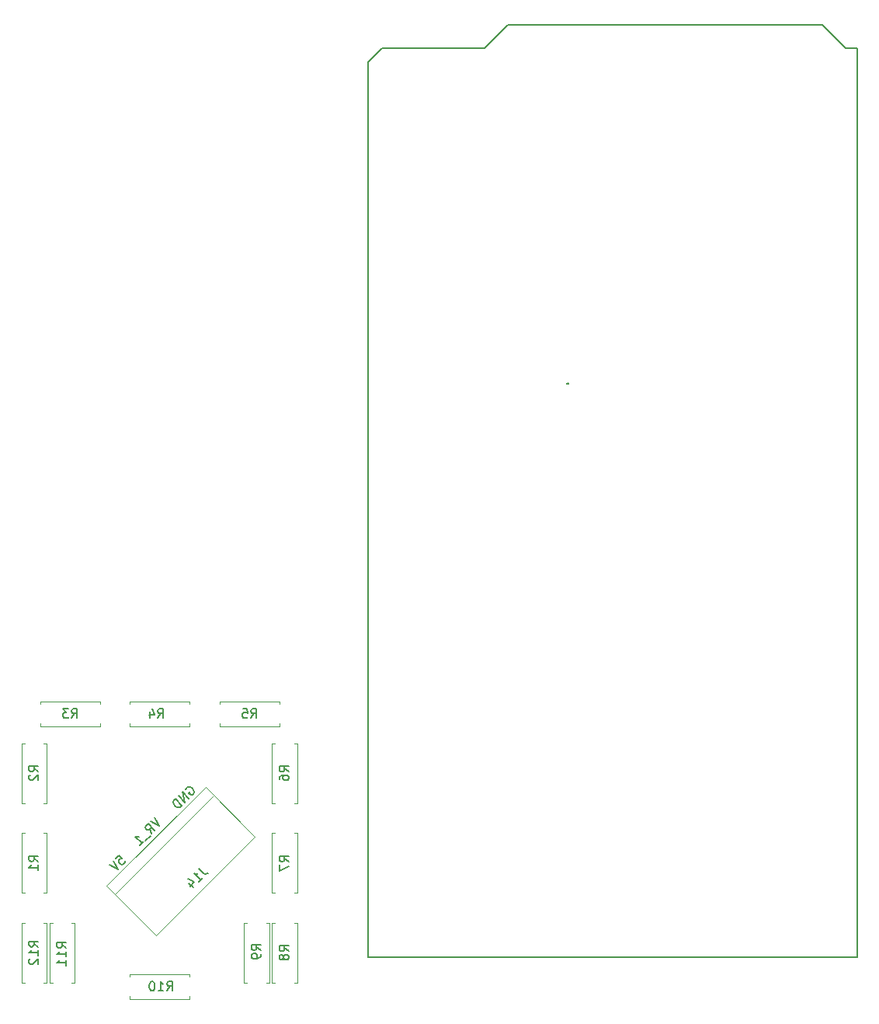
<source format=gbr>
%TF.GenerationSoftware,KiCad,Pcbnew,7.0.6*%
%TF.CreationDate,2023-09-19T13:47:08+08:00*%
%TF.ProjectId,ControlPanelPanelized,436f6e74-726f-46c5-9061-6e656c50616e,rev?*%
%TF.SameCoordinates,Original*%
%TF.FileFunction,Legend,Bot*%
%TF.FilePolarity,Positive*%
%FSLAX46Y46*%
G04 Gerber Fmt 4.6, Leading zero omitted, Abs format (unit mm)*
G04 Created by KiCad (PCBNEW 7.0.6) date 2023-09-19 13:47:08*
%MOMM*%
%LPD*%
G01*
G04 APERTURE LIST*
%ADD10C,0.150000*%
%ADD11C,0.120000*%
G04 APERTURE END LIST*
D10*
X116999275Y-114056506D02*
X117032947Y-113955491D01*
X117032947Y-113955491D02*
X117133962Y-113854475D01*
X117133962Y-113854475D02*
X117268649Y-113787132D01*
X117268649Y-113787132D02*
X117403337Y-113787132D01*
X117403337Y-113787132D02*
X117504352Y-113820804D01*
X117504352Y-113820804D02*
X117672711Y-113921819D01*
X117672711Y-113921819D02*
X117773726Y-114022834D01*
X117773726Y-114022834D02*
X117874741Y-114191193D01*
X117874741Y-114191193D02*
X117908413Y-114292208D01*
X117908413Y-114292208D02*
X117908413Y-114426895D01*
X117908413Y-114426895D02*
X117841069Y-114561582D01*
X117841069Y-114561582D02*
X117773726Y-114628926D01*
X117773726Y-114628926D02*
X117639039Y-114696269D01*
X117639039Y-114696269D02*
X117571695Y-114696269D01*
X117571695Y-114696269D02*
X117335993Y-114460567D01*
X117335993Y-114460567D02*
X117470680Y-114325880D01*
X117335993Y-115066658D02*
X116628886Y-114359552D01*
X116628886Y-114359552D02*
X116931932Y-115470719D01*
X116931932Y-115470719D02*
X116224825Y-114763613D01*
X116595215Y-115807437D02*
X115888108Y-115100330D01*
X115888108Y-115100330D02*
X115719749Y-115268689D01*
X115719749Y-115268689D02*
X115652405Y-115403376D01*
X115652405Y-115403376D02*
X115652405Y-115538063D01*
X115652405Y-115538063D02*
X115686077Y-115639078D01*
X115686077Y-115639078D02*
X115787092Y-115807437D01*
X115787092Y-115807437D02*
X115888108Y-115908452D01*
X115888108Y-115908452D02*
X116056466Y-116009467D01*
X116056466Y-116009467D02*
X116157482Y-116043139D01*
X116157482Y-116043139D02*
X116292169Y-116043139D01*
X116292169Y-116043139D02*
X116426856Y-115975796D01*
X116426856Y-115975796D02*
X116595215Y-115807437D01*
X109379275Y-121609162D02*
X109715993Y-121272445D01*
X109715993Y-121272445D02*
X110086382Y-121575491D01*
X110086382Y-121575491D02*
X110019039Y-121575491D01*
X110019039Y-121575491D02*
X109918024Y-121609162D01*
X109918024Y-121609162D02*
X109749665Y-121777521D01*
X109749665Y-121777521D02*
X109715993Y-121878536D01*
X109715993Y-121878536D02*
X109715993Y-121945880D01*
X109715993Y-121945880D02*
X109749665Y-122046895D01*
X109749665Y-122046895D02*
X109918024Y-122215254D01*
X109918024Y-122215254D02*
X110019039Y-122248926D01*
X110019039Y-122248926D02*
X110086382Y-122248926D01*
X110086382Y-122248926D02*
X110187398Y-122215254D01*
X110187398Y-122215254D02*
X110355756Y-122046895D01*
X110355756Y-122046895D02*
X110389428Y-121945880D01*
X110389428Y-121945880D02*
X110389428Y-121878536D01*
X109143573Y-121844865D02*
X109614978Y-122787674D01*
X109614978Y-122787674D02*
X108672169Y-122316269D01*
X113627008Y-117107430D02*
X114098413Y-118050239D01*
X114098413Y-118050239D02*
X113155604Y-117578834D01*
X113222947Y-118925704D02*
X113121932Y-118353284D01*
X113627008Y-118521643D02*
X112919901Y-117814536D01*
X112919901Y-117814536D02*
X112650527Y-118083910D01*
X112650527Y-118083910D02*
X112616856Y-118184926D01*
X112616856Y-118184926D02*
X112616856Y-118252269D01*
X112616856Y-118252269D02*
X112650527Y-118353284D01*
X112650527Y-118353284D02*
X112751543Y-118454300D01*
X112751543Y-118454300D02*
X112852558Y-118487971D01*
X112852558Y-118487971D02*
X112919901Y-118487971D01*
X112919901Y-118487971D02*
X113020917Y-118454300D01*
X113020917Y-118454300D02*
X113290291Y-118184926D01*
X113155604Y-119127735D02*
X112616856Y-119666483D01*
X112010764Y-120137887D02*
X112414825Y-119733826D01*
X112212794Y-119935857D02*
X111505688Y-119228750D01*
X111505688Y-119228750D02*
X111674046Y-119262422D01*
X111674046Y-119262422D02*
X111808733Y-119262422D01*
X111808733Y-119262422D02*
X111909749Y-119228750D01*
X104569957Y-106286284D02*
X104903290Y-105810093D01*
X105141385Y-106286284D02*
X105141385Y-105286284D01*
X105141385Y-105286284D02*
X104760433Y-105286284D01*
X104760433Y-105286284D02*
X104665195Y-105333903D01*
X104665195Y-105333903D02*
X104617576Y-105381522D01*
X104617576Y-105381522D02*
X104569957Y-105476760D01*
X104569957Y-105476760D02*
X104569957Y-105619617D01*
X104569957Y-105619617D02*
X104617576Y-105714855D01*
X104617576Y-105714855D02*
X104665195Y-105762474D01*
X104665195Y-105762474D02*
X104760433Y-105810093D01*
X104760433Y-105810093D02*
X105141385Y-105810093D01*
X104236623Y-105286284D02*
X103617576Y-105286284D01*
X103617576Y-105286284D02*
X103950909Y-105667236D01*
X103950909Y-105667236D02*
X103808052Y-105667236D01*
X103808052Y-105667236D02*
X103712814Y-105714855D01*
X103712814Y-105714855D02*
X103665195Y-105762474D01*
X103665195Y-105762474D02*
X103617576Y-105857712D01*
X103617576Y-105857712D02*
X103617576Y-106095807D01*
X103617576Y-106095807D02*
X103665195Y-106191045D01*
X103665195Y-106191045D02*
X103712814Y-106238665D01*
X103712814Y-106238665D02*
X103808052Y-106286284D01*
X103808052Y-106286284D02*
X104093766Y-106286284D01*
X104093766Y-106286284D02*
X104189004Y-106238665D01*
X104189004Y-106238665D02*
X104236623Y-106191045D01*
X114952148Y-136004284D02*
X115285481Y-135528093D01*
X115523576Y-136004284D02*
X115523576Y-135004284D01*
X115523576Y-135004284D02*
X115142624Y-135004284D01*
X115142624Y-135004284D02*
X115047386Y-135051903D01*
X115047386Y-135051903D02*
X114999767Y-135099522D01*
X114999767Y-135099522D02*
X114952148Y-135194760D01*
X114952148Y-135194760D02*
X114952148Y-135337617D01*
X114952148Y-135337617D02*
X114999767Y-135432855D01*
X114999767Y-135432855D02*
X115047386Y-135480474D01*
X115047386Y-135480474D02*
X115142624Y-135528093D01*
X115142624Y-135528093D02*
X115523576Y-135528093D01*
X113999767Y-136004284D02*
X114571195Y-136004284D01*
X114285481Y-136004284D02*
X114285481Y-135004284D01*
X114285481Y-135004284D02*
X114380719Y-135147141D01*
X114380719Y-135147141D02*
X114475957Y-135242379D01*
X114475957Y-135242379D02*
X114571195Y-135289998D01*
X113380719Y-135004284D02*
X113285481Y-135004284D01*
X113285481Y-135004284D02*
X113190243Y-135051903D01*
X113190243Y-135051903D02*
X113142624Y-135099522D01*
X113142624Y-135099522D02*
X113095005Y-135194760D01*
X113095005Y-135194760D02*
X113047386Y-135385236D01*
X113047386Y-135385236D02*
X113047386Y-135623331D01*
X113047386Y-135623331D02*
X113095005Y-135813807D01*
X113095005Y-135813807D02*
X113142624Y-135909045D01*
X113142624Y-135909045D02*
X113190243Y-135956665D01*
X113190243Y-135956665D02*
X113285481Y-136004284D01*
X113285481Y-136004284D02*
X113380719Y-136004284D01*
X113380719Y-136004284D02*
X113475957Y-135956665D01*
X113475957Y-135956665D02*
X113523576Y-135909045D01*
X113523576Y-135909045D02*
X113571195Y-135813807D01*
X113571195Y-135813807D02*
X113618814Y-135623331D01*
X113618814Y-135623331D02*
X113618814Y-135385236D01*
X113618814Y-135385236D02*
X113571195Y-135194760D01*
X113571195Y-135194760D02*
X113523576Y-135099522D01*
X113523576Y-135099522D02*
X113475957Y-135051903D01*
X113475957Y-135051903D02*
X113380719Y-135004284D01*
X100921110Y-112141798D02*
X100444919Y-111808465D01*
X100921110Y-111570370D02*
X99921110Y-111570370D01*
X99921110Y-111570370D02*
X99921110Y-111951322D01*
X99921110Y-111951322D02*
X99968729Y-112046560D01*
X99968729Y-112046560D02*
X100016348Y-112094179D01*
X100016348Y-112094179D02*
X100111586Y-112141798D01*
X100111586Y-112141798D02*
X100254443Y-112141798D01*
X100254443Y-112141798D02*
X100349681Y-112094179D01*
X100349681Y-112094179D02*
X100397300Y-112046560D01*
X100397300Y-112046560D02*
X100444919Y-111951322D01*
X100444919Y-111951322D02*
X100444919Y-111570370D01*
X100016348Y-112522751D02*
X99968729Y-112570370D01*
X99968729Y-112570370D02*
X99921110Y-112665608D01*
X99921110Y-112665608D02*
X99921110Y-112903703D01*
X99921110Y-112903703D02*
X99968729Y-112998941D01*
X99968729Y-112998941D02*
X100016348Y-113046560D01*
X100016348Y-113046560D02*
X100111586Y-113094179D01*
X100111586Y-113094179D02*
X100206824Y-113094179D01*
X100206824Y-113094179D02*
X100349681Y-113046560D01*
X100349681Y-113046560D02*
X100921110Y-112475132D01*
X100921110Y-112475132D02*
X100921110Y-113094179D01*
X125178110Y-131572798D02*
X124701919Y-131239465D01*
X125178110Y-131001370D02*
X124178110Y-131001370D01*
X124178110Y-131001370D02*
X124178110Y-131382322D01*
X124178110Y-131382322D02*
X124225729Y-131477560D01*
X124225729Y-131477560D02*
X124273348Y-131525179D01*
X124273348Y-131525179D02*
X124368586Y-131572798D01*
X124368586Y-131572798D02*
X124511443Y-131572798D01*
X124511443Y-131572798D02*
X124606681Y-131525179D01*
X124606681Y-131525179D02*
X124654300Y-131477560D01*
X124654300Y-131477560D02*
X124701919Y-131382322D01*
X124701919Y-131382322D02*
X124701919Y-131001370D01*
X125178110Y-132048989D02*
X125178110Y-132239465D01*
X125178110Y-132239465D02*
X125130491Y-132334703D01*
X125130491Y-132334703D02*
X125082871Y-132382322D01*
X125082871Y-132382322D02*
X124940014Y-132477560D01*
X124940014Y-132477560D02*
X124749538Y-132525179D01*
X124749538Y-132525179D02*
X124368586Y-132525179D01*
X124368586Y-132525179D02*
X124273348Y-132477560D01*
X124273348Y-132477560D02*
X124225729Y-132429941D01*
X124225729Y-132429941D02*
X124178110Y-132334703D01*
X124178110Y-132334703D02*
X124178110Y-132144227D01*
X124178110Y-132144227D02*
X124225729Y-132048989D01*
X124225729Y-132048989D02*
X124273348Y-132001370D01*
X124273348Y-132001370D02*
X124368586Y-131953751D01*
X124368586Y-131953751D02*
X124606681Y-131953751D01*
X124606681Y-131953751D02*
X124701919Y-132001370D01*
X124701919Y-132001370D02*
X124749538Y-132048989D01*
X124749538Y-132048989D02*
X124797157Y-132144227D01*
X124797157Y-132144227D02*
X124797157Y-132334703D01*
X124797157Y-132334703D02*
X124749538Y-132429941D01*
X124749538Y-132429941D02*
X124701919Y-132477560D01*
X124701919Y-132477560D02*
X124606681Y-132525179D01*
X113967957Y-106286284D02*
X114301290Y-105810093D01*
X114539385Y-106286284D02*
X114539385Y-105286284D01*
X114539385Y-105286284D02*
X114158433Y-105286284D01*
X114158433Y-105286284D02*
X114063195Y-105333903D01*
X114063195Y-105333903D02*
X114015576Y-105381522D01*
X114015576Y-105381522D02*
X113967957Y-105476760D01*
X113967957Y-105476760D02*
X113967957Y-105619617D01*
X113967957Y-105619617D02*
X114015576Y-105714855D01*
X114015576Y-105714855D02*
X114063195Y-105762474D01*
X114063195Y-105762474D02*
X114158433Y-105810093D01*
X114158433Y-105810093D02*
X114539385Y-105810093D01*
X113110814Y-105619617D02*
X113110814Y-106286284D01*
X113348909Y-105238665D02*
X113587004Y-105952950D01*
X113587004Y-105952950D02*
X112967957Y-105952950D01*
X118438496Y-122734775D02*
X118943572Y-123239851D01*
X118943572Y-123239851D02*
X119078259Y-123307195D01*
X119078259Y-123307195D02*
X119212946Y-123307195D01*
X119212946Y-123307195D02*
X119347633Y-123239851D01*
X119347633Y-123239851D02*
X119414977Y-123172508D01*
X118438496Y-124148989D02*
X118842557Y-123744928D01*
X118640526Y-123946958D02*
X117933419Y-123239851D01*
X117933419Y-123239851D02*
X118101778Y-123273523D01*
X118101778Y-123273523D02*
X118236465Y-123273523D01*
X118236465Y-123273523D02*
X118337480Y-123239851D01*
X117361000Y-124283676D02*
X117832404Y-124755080D01*
X117259984Y-123845943D02*
X117933419Y-124182660D01*
X117933419Y-124182660D02*
X117495687Y-124620393D01*
X128226110Y-112141798D02*
X127749919Y-111808465D01*
X128226110Y-111570370D02*
X127226110Y-111570370D01*
X127226110Y-111570370D02*
X127226110Y-111951322D01*
X127226110Y-111951322D02*
X127273729Y-112046560D01*
X127273729Y-112046560D02*
X127321348Y-112094179D01*
X127321348Y-112094179D02*
X127416586Y-112141798D01*
X127416586Y-112141798D02*
X127559443Y-112141798D01*
X127559443Y-112141798D02*
X127654681Y-112094179D01*
X127654681Y-112094179D02*
X127702300Y-112046560D01*
X127702300Y-112046560D02*
X127749919Y-111951322D01*
X127749919Y-111951322D02*
X127749919Y-111570370D01*
X127226110Y-112998941D02*
X127226110Y-112808465D01*
X127226110Y-112808465D02*
X127273729Y-112713227D01*
X127273729Y-112713227D02*
X127321348Y-112665608D01*
X127321348Y-112665608D02*
X127464205Y-112570370D01*
X127464205Y-112570370D02*
X127654681Y-112522751D01*
X127654681Y-112522751D02*
X128035633Y-112522751D01*
X128035633Y-112522751D02*
X128130871Y-112570370D01*
X128130871Y-112570370D02*
X128178491Y-112617989D01*
X128178491Y-112617989D02*
X128226110Y-112713227D01*
X128226110Y-112713227D02*
X128226110Y-112903703D01*
X128226110Y-112903703D02*
X128178491Y-112998941D01*
X128178491Y-112998941D02*
X128130871Y-113046560D01*
X128130871Y-113046560D02*
X128035633Y-113094179D01*
X128035633Y-113094179D02*
X127797538Y-113094179D01*
X127797538Y-113094179D02*
X127702300Y-113046560D01*
X127702300Y-113046560D02*
X127654681Y-112998941D01*
X127654681Y-112998941D02*
X127607062Y-112903703D01*
X127607062Y-112903703D02*
X127607062Y-112713227D01*
X127607062Y-112713227D02*
X127654681Y-112617989D01*
X127654681Y-112617989D02*
X127702300Y-112570370D01*
X127702300Y-112570370D02*
X127797538Y-112522751D01*
X103969110Y-131350607D02*
X103492919Y-131017274D01*
X103969110Y-130779179D02*
X102969110Y-130779179D01*
X102969110Y-130779179D02*
X102969110Y-131160131D01*
X102969110Y-131160131D02*
X103016729Y-131255369D01*
X103016729Y-131255369D02*
X103064348Y-131302988D01*
X103064348Y-131302988D02*
X103159586Y-131350607D01*
X103159586Y-131350607D02*
X103302443Y-131350607D01*
X103302443Y-131350607D02*
X103397681Y-131302988D01*
X103397681Y-131302988D02*
X103445300Y-131255369D01*
X103445300Y-131255369D02*
X103492919Y-131160131D01*
X103492919Y-131160131D02*
X103492919Y-130779179D01*
X103969110Y-132302988D02*
X103969110Y-131731560D01*
X103969110Y-132017274D02*
X102969110Y-132017274D01*
X102969110Y-132017274D02*
X103111967Y-131922036D01*
X103111967Y-131922036D02*
X103207205Y-131826798D01*
X103207205Y-131826798D02*
X103254824Y-131731560D01*
X103969110Y-133255369D02*
X103969110Y-132683941D01*
X103969110Y-132969655D02*
X102969110Y-132969655D01*
X102969110Y-132969655D02*
X103111967Y-132874417D01*
X103111967Y-132874417D02*
X103207205Y-132779179D01*
X103207205Y-132779179D02*
X103254824Y-132683941D01*
X128226110Y-121920798D02*
X127749919Y-121587465D01*
X128226110Y-121349370D02*
X127226110Y-121349370D01*
X127226110Y-121349370D02*
X127226110Y-121730322D01*
X127226110Y-121730322D02*
X127273729Y-121825560D01*
X127273729Y-121825560D02*
X127321348Y-121873179D01*
X127321348Y-121873179D02*
X127416586Y-121920798D01*
X127416586Y-121920798D02*
X127559443Y-121920798D01*
X127559443Y-121920798D02*
X127654681Y-121873179D01*
X127654681Y-121873179D02*
X127702300Y-121825560D01*
X127702300Y-121825560D02*
X127749919Y-121730322D01*
X127749919Y-121730322D02*
X127749919Y-121349370D01*
X127226110Y-122254132D02*
X127226110Y-122920798D01*
X127226110Y-122920798D02*
X128226110Y-122492227D01*
X128226110Y-131699798D02*
X127749919Y-131366465D01*
X128226110Y-131128370D02*
X127226110Y-131128370D01*
X127226110Y-131128370D02*
X127226110Y-131509322D01*
X127226110Y-131509322D02*
X127273729Y-131604560D01*
X127273729Y-131604560D02*
X127321348Y-131652179D01*
X127321348Y-131652179D02*
X127416586Y-131699798D01*
X127416586Y-131699798D02*
X127559443Y-131699798D01*
X127559443Y-131699798D02*
X127654681Y-131652179D01*
X127654681Y-131652179D02*
X127702300Y-131604560D01*
X127702300Y-131604560D02*
X127749919Y-131509322D01*
X127749919Y-131509322D02*
X127749919Y-131128370D01*
X127654681Y-132271227D02*
X127607062Y-132175989D01*
X127607062Y-132175989D02*
X127559443Y-132128370D01*
X127559443Y-132128370D02*
X127464205Y-132080751D01*
X127464205Y-132080751D02*
X127416586Y-132080751D01*
X127416586Y-132080751D02*
X127321348Y-132128370D01*
X127321348Y-132128370D02*
X127273729Y-132175989D01*
X127273729Y-132175989D02*
X127226110Y-132271227D01*
X127226110Y-132271227D02*
X127226110Y-132461703D01*
X127226110Y-132461703D02*
X127273729Y-132556941D01*
X127273729Y-132556941D02*
X127321348Y-132604560D01*
X127321348Y-132604560D02*
X127416586Y-132652179D01*
X127416586Y-132652179D02*
X127464205Y-132652179D01*
X127464205Y-132652179D02*
X127559443Y-132604560D01*
X127559443Y-132604560D02*
X127607062Y-132556941D01*
X127607062Y-132556941D02*
X127654681Y-132461703D01*
X127654681Y-132461703D02*
X127654681Y-132271227D01*
X127654681Y-132271227D02*
X127702300Y-132175989D01*
X127702300Y-132175989D02*
X127749919Y-132128370D01*
X127749919Y-132128370D02*
X127845157Y-132080751D01*
X127845157Y-132080751D02*
X128035633Y-132080751D01*
X128035633Y-132080751D02*
X128130871Y-132128370D01*
X128130871Y-132128370D02*
X128178491Y-132175989D01*
X128178491Y-132175989D02*
X128226110Y-132271227D01*
X128226110Y-132271227D02*
X128226110Y-132461703D01*
X128226110Y-132461703D02*
X128178491Y-132556941D01*
X128178491Y-132556941D02*
X128130871Y-132604560D01*
X128130871Y-132604560D02*
X128035633Y-132652179D01*
X128035633Y-132652179D02*
X127845157Y-132652179D01*
X127845157Y-132652179D02*
X127749919Y-132604560D01*
X127749919Y-132604560D02*
X127702300Y-132556941D01*
X127702300Y-132556941D02*
X127654681Y-132461703D01*
X124127957Y-106286284D02*
X124461290Y-105810093D01*
X124699385Y-106286284D02*
X124699385Y-105286284D01*
X124699385Y-105286284D02*
X124318433Y-105286284D01*
X124318433Y-105286284D02*
X124223195Y-105333903D01*
X124223195Y-105333903D02*
X124175576Y-105381522D01*
X124175576Y-105381522D02*
X124127957Y-105476760D01*
X124127957Y-105476760D02*
X124127957Y-105619617D01*
X124127957Y-105619617D02*
X124175576Y-105714855D01*
X124175576Y-105714855D02*
X124223195Y-105762474D01*
X124223195Y-105762474D02*
X124318433Y-105810093D01*
X124318433Y-105810093D02*
X124699385Y-105810093D01*
X123223195Y-105286284D02*
X123699385Y-105286284D01*
X123699385Y-105286284D02*
X123747004Y-105762474D01*
X123747004Y-105762474D02*
X123699385Y-105714855D01*
X123699385Y-105714855D02*
X123604147Y-105667236D01*
X123604147Y-105667236D02*
X123366052Y-105667236D01*
X123366052Y-105667236D02*
X123270814Y-105714855D01*
X123270814Y-105714855D02*
X123223195Y-105762474D01*
X123223195Y-105762474D02*
X123175576Y-105857712D01*
X123175576Y-105857712D02*
X123175576Y-106095807D01*
X123175576Y-106095807D02*
X123223195Y-106191045D01*
X123223195Y-106191045D02*
X123270814Y-106238665D01*
X123270814Y-106238665D02*
X123366052Y-106286284D01*
X123366052Y-106286284D02*
X123604147Y-106286284D01*
X123604147Y-106286284D02*
X123699385Y-106238665D01*
X123699385Y-106238665D02*
X123747004Y-106191045D01*
X100921110Y-121920798D02*
X100444919Y-121587465D01*
X100921110Y-121349370D02*
X99921110Y-121349370D01*
X99921110Y-121349370D02*
X99921110Y-121730322D01*
X99921110Y-121730322D02*
X99968729Y-121825560D01*
X99968729Y-121825560D02*
X100016348Y-121873179D01*
X100016348Y-121873179D02*
X100111586Y-121920798D01*
X100111586Y-121920798D02*
X100254443Y-121920798D01*
X100254443Y-121920798D02*
X100349681Y-121873179D01*
X100349681Y-121873179D02*
X100397300Y-121825560D01*
X100397300Y-121825560D02*
X100444919Y-121730322D01*
X100444919Y-121730322D02*
X100444919Y-121349370D01*
X100921110Y-122873179D02*
X100921110Y-122301751D01*
X100921110Y-122587465D02*
X99921110Y-122587465D01*
X99921110Y-122587465D02*
X100063967Y-122492227D01*
X100063967Y-122492227D02*
X100159205Y-122396989D01*
X100159205Y-122396989D02*
X100206824Y-122301751D01*
X100921110Y-131223607D02*
X100444919Y-130890274D01*
X100921110Y-130652179D02*
X99921110Y-130652179D01*
X99921110Y-130652179D02*
X99921110Y-131033131D01*
X99921110Y-131033131D02*
X99968729Y-131128369D01*
X99968729Y-131128369D02*
X100016348Y-131175988D01*
X100016348Y-131175988D02*
X100111586Y-131223607D01*
X100111586Y-131223607D02*
X100254443Y-131223607D01*
X100254443Y-131223607D02*
X100349681Y-131175988D01*
X100349681Y-131175988D02*
X100397300Y-131128369D01*
X100397300Y-131128369D02*
X100444919Y-131033131D01*
X100444919Y-131033131D02*
X100444919Y-130652179D01*
X100921110Y-132175988D02*
X100921110Y-131604560D01*
X100921110Y-131890274D02*
X99921110Y-131890274D01*
X99921110Y-131890274D02*
X100063967Y-131795036D01*
X100063967Y-131795036D02*
X100159205Y-131699798D01*
X100159205Y-131699798D02*
X100206824Y-131604560D01*
X100016348Y-132556941D02*
X99968729Y-132604560D01*
X99968729Y-132604560D02*
X99921110Y-132699798D01*
X99921110Y-132699798D02*
X99921110Y-132937893D01*
X99921110Y-132937893D02*
X99968729Y-133033131D01*
X99968729Y-133033131D02*
X100016348Y-133080750D01*
X100016348Y-133080750D02*
X100111586Y-133128369D01*
X100111586Y-133128369D02*
X100206824Y-133128369D01*
X100206824Y-133128369D02*
X100349681Y-133080750D01*
X100349681Y-133080750D02*
X100921110Y-132509322D01*
X100921110Y-132509322D02*
X100921110Y-133128369D01*
X158601580Y-69849999D02*
X158649200Y-69802380D01*
X158649200Y-69802380D02*
X158696819Y-69849999D01*
X158696819Y-69849999D02*
X158649200Y-69897618D01*
X158649200Y-69897618D02*
X158601580Y-69849999D01*
X158601580Y-69849999D02*
X158696819Y-69849999D01*
D11*
%TO.C,R3*%
X107673291Y-107201465D02*
X107673291Y-106871465D01*
X107673291Y-104461465D02*
X107673291Y-104791465D01*
X101133291Y-107201465D02*
X107673291Y-107201465D01*
X101133291Y-106871465D02*
X101133291Y-107201465D01*
X101133291Y-104791465D02*
X101133291Y-104461465D01*
X101133291Y-104461465D02*
X107673291Y-104461465D01*
%TO.C,R10*%
X110912291Y-134179465D02*
X110912291Y-134509465D01*
X110912291Y-136919465D02*
X110912291Y-136589465D01*
X117452291Y-134179465D02*
X110912291Y-134179465D01*
X117452291Y-134509465D02*
X117452291Y-134179465D01*
X117452291Y-136589465D02*
X117452291Y-136919465D01*
X117452291Y-136919465D02*
X110912291Y-136919465D01*
%TO.C,R2*%
X101836291Y-109038465D02*
X101506291Y-109038465D01*
X99096291Y-109038465D02*
X99426291Y-109038465D01*
X101836291Y-115578465D02*
X101836291Y-109038465D01*
X101506291Y-115578465D02*
X101836291Y-115578465D01*
X99426291Y-115578465D02*
X99096291Y-115578465D01*
X99096291Y-115578465D02*
X99096291Y-109038465D01*
%TO.C,R9*%
X123353291Y-135136465D02*
X123683291Y-135136465D01*
X126093291Y-135136465D02*
X125763291Y-135136465D01*
X123353291Y-128596465D02*
X123353291Y-135136465D01*
X123683291Y-128596465D02*
X123353291Y-128596465D01*
X125763291Y-128596465D02*
X126093291Y-128596465D01*
X126093291Y-128596465D02*
X126093291Y-135136465D01*
%TO.C,R4*%
X117452291Y-107201465D02*
X117452291Y-106871465D01*
X117452291Y-104461465D02*
X117452291Y-104791465D01*
X110912291Y-107201465D02*
X117452291Y-107201465D01*
X110912291Y-106871465D02*
X110912291Y-107201465D01*
X110912291Y-104791465D02*
X110912291Y-104461465D01*
X110912291Y-104461465D02*
X117452291Y-104461465D01*
%TO.C,J14*%
X119149603Y-113814414D02*
X124537757Y-119202568D01*
X113761450Y-129978875D02*
X124537757Y-119202568D01*
X109271322Y-125488747D02*
X120047629Y-114712440D01*
X108373296Y-124590721D02*
X119149603Y-113814414D01*
X108373296Y-124590721D02*
X113761450Y-129978875D01*
%TO.C,R6*%
X126401291Y-115578465D02*
X126731291Y-115578465D01*
X129141291Y-115578465D02*
X128811291Y-115578465D01*
X126401291Y-109038465D02*
X126401291Y-115578465D01*
X126731291Y-109038465D02*
X126401291Y-109038465D01*
X128811291Y-109038465D02*
X129141291Y-109038465D01*
X129141291Y-109038465D02*
X129141291Y-115578465D01*
%TO.C,R11*%
X104884291Y-128596465D02*
X104554291Y-128596465D01*
X102144291Y-128596465D02*
X102474291Y-128596465D01*
X104884291Y-135136465D02*
X104884291Y-128596465D01*
X104554291Y-135136465D02*
X104884291Y-135136465D01*
X102474291Y-135136465D02*
X102144291Y-135136465D01*
X102144291Y-135136465D02*
X102144291Y-128596465D01*
%TO.C,R7*%
X126401291Y-125357465D02*
X126731291Y-125357465D01*
X129141291Y-125357465D02*
X128811291Y-125357465D01*
X126401291Y-118817465D02*
X126401291Y-125357465D01*
X126731291Y-118817465D02*
X126401291Y-118817465D01*
X128811291Y-118817465D02*
X129141291Y-118817465D01*
X129141291Y-118817465D02*
X129141291Y-125357465D01*
%TO.C,R8*%
X126401291Y-135136465D02*
X126731291Y-135136465D01*
X129141291Y-135136465D02*
X128811291Y-135136465D01*
X126401291Y-128596465D02*
X126401291Y-135136465D01*
X126731291Y-128596465D02*
X126401291Y-128596465D01*
X128811291Y-128596465D02*
X129141291Y-128596465D01*
X129141291Y-128596465D02*
X129141291Y-135136465D01*
%TO.C,R5*%
X127231291Y-107201465D02*
X127231291Y-106871465D01*
X127231291Y-104461465D02*
X127231291Y-104791465D01*
X120691291Y-107201465D02*
X127231291Y-107201465D01*
X120691291Y-106871465D02*
X120691291Y-107201465D01*
X120691291Y-104791465D02*
X120691291Y-104461465D01*
X120691291Y-104461465D02*
X127231291Y-104461465D01*
%TO.C,R1*%
X101836291Y-118817465D02*
X101506291Y-118817465D01*
X99096291Y-118817465D02*
X99426291Y-118817465D01*
X101836291Y-125357465D02*
X101836291Y-118817465D01*
X101506291Y-125357465D02*
X101836291Y-125357465D01*
X99426291Y-125357465D02*
X99096291Y-125357465D01*
X99096291Y-125357465D02*
X99096291Y-118817465D01*
%TO.C,R12*%
X101836291Y-128596465D02*
X101506291Y-128596465D01*
X99096291Y-128596465D02*
X99426291Y-128596465D01*
X101836291Y-135136465D02*
X101836291Y-128596465D01*
X101506291Y-135136465D02*
X101836291Y-135136465D01*
X99426291Y-135136465D02*
X99096291Y-135136465D01*
X99096291Y-135136465D02*
X99096291Y-128596465D01*
D10*
%TO.C,XA1*%
X136906000Y-132334000D02*
X190246000Y-132334000D01*
X136906000Y-132334000D02*
X136906000Y-34798000D01*
X190246000Y-132334000D02*
X190246000Y-33274000D01*
X136906000Y-34798000D02*
X138430000Y-33274000D01*
X149606000Y-33274000D02*
X138430000Y-33274000D01*
X188976000Y-33274000D02*
X186436000Y-30734000D01*
X190246000Y-33274000D02*
X188976000Y-33274000D01*
X152146000Y-30734000D02*
X149606000Y-33274000D01*
X186436000Y-30734000D02*
X152146000Y-30734000D01*
%TD*%
M02*

</source>
